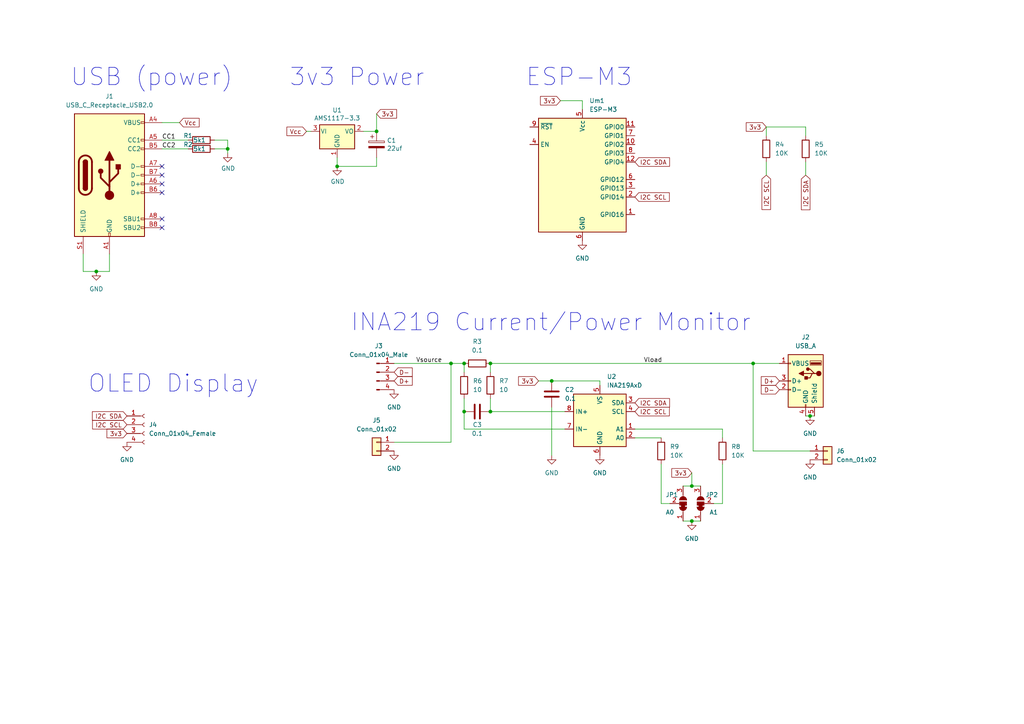
<source format=kicad_sch>
(kicad_sch (version 20211123) (generator eeschema)
  (paper "A4")
  (title_block (title "Remote Power Meter") (rev "0.0.1") (company "S. A. Miller"))
  (lib_symbols
    (symbol "Connector:Conn_01x04_Female" (pin_names (offset 1.016) hide)
      (property "Reference" "J" (at 0 5.08 0))
      (property "Value" "Conn_01x04_Female" (at 0 -7.62 0))
      (symbol "Conn_01x04_Female_1_1"
        (arc (start 0 -4.572) (mid -0.508 -5.08) (end 0 -5.588) (stroke (width 0.1524)))
        (arc (start 0 -2.032) (mid -0.508 -2.54) (end 0 -3.048) (stroke (width 0.1524)))
        (polyline (pts (xy -1.27 -5.08) (xy -0.508 -5.08)) (stroke (width 0.1524)))
        (polyline (pts (xy -1.27 -2.54) (xy -0.508 -2.54)) (stroke (width 0.1524)))
        (polyline (pts (xy -1.27 0) (xy -0.508 0)) (stroke (width 0.1524)))
        (polyline (pts (xy -1.27 2.54) (xy -0.508 2.54)) (stroke (width 0.1524)))
        (arc (start 0 0.508) (mid -0.508 0) (end 0 -0.508) (stroke (width 0.1524)))
        (arc (start 0 3.048) (mid -0.508 2.54) (end 0 2.032) (stroke (width 0.1524)))
        (pin passive line (at -5.08 2.54 0) (length 3.81) (name "Pin_1") (number "1"))
        (pin passive line (at -5.08 0 0) (length 3.81) (name "Pin_2") (number "2"))
        (pin passive line (at -5.08 -2.54 0) (length 3.81) (name "Pin_3") (number "3"))
        (pin passive line (at -5.08 -5.08 0) (length 3.81) (name "Pin_4") (number "4"))
      )
    )
    (symbol "Connector:Conn_01x04_Male" (pin_names (offset 1.016) hide)
      (property "Reference" "J" (at 0 5.08 0))
      (property "Value" "Conn_01x04_Male" (at 0 -7.62 0))
      (symbol "Conn_01x04_Male_1_1"
        (polyline (pts (xy 1.27 -5.08) (xy 0.8636 -5.08)) (stroke (width 0.1524)))
        (polyline (pts (xy 1.27 -2.54) (xy 0.8636 -2.54)) (stroke (width 0.1524)))
        (polyline (pts (xy 1.27 0) (xy 0.8636 0)) (stroke (width 0.1524)))
        (polyline (pts (xy 1.27 2.54) (xy 0.8636 2.54)) (stroke (width 0.1524)))
        (rectangle (start 0.8636 -4.953) (end 0 -5.207) (stroke (width 0.1524)) (fill (type outline)))
        (rectangle (start 0.8636 -2.413) (end 0 -2.667) (stroke (width 0.1524)) (fill (type outline)))
        (rectangle (start 0.8636 0.127) (end 0 -0.127) (stroke (width 0.1524)) (fill (type outline)))
        (rectangle (start 0.8636 2.667) (end 0 2.413) (stroke (width 0.1524)) (fill (type outline)))
        (pin passive line (at 5.08 2.54 180) (length 3.81) (name "Pin_1") (number "1"))
        (pin passive line (at 5.08 0 180) (length 3.81) (name "Pin_2") (number "2"))
        (pin passive line (at 5.08 -2.54 180) (length 3.81) (name "Pin_3") (number "3"))
        (pin passive line (at 5.08 -5.08 180) (length 3.81) (name "Pin_4") (number "4"))
      )
    )
    (symbol "Connector:USB_A" (pin_names (offset 1.016))
      (property "Reference" "J" (at -5.08 11.43 0))
      (property "Value" "USB_A" (at -5.08 8.89 0))
      (symbol "USB_A_0_1"
        (rectangle (start -5.08 -7.62) (end 5.08 7.62) (stroke (width 0.254)) (fill (type background)))
        (circle (center -3.81 2.159) (radius 0.635) (stroke (width 0.254)) (fill (type outline)))
        (rectangle (start -1.524 4.826) (end -4.318 5.334) (fill (type outline)))
        (rectangle (start -1.27 4.572) (end -4.572 5.842))
        (circle (center -0.635 3.429) (radius 0.381) (stroke (width 0.254)) (fill (type outline)))
        (rectangle (start -0.127 -7.62) (end 0.127 -6.858))
        (polyline (pts (xy -3.175 2.159) (xy -2.54 2.159) (xy -1.27 3.429) (xy -0.635 3.429)) (stroke (width 0.254)))
        (polyline (pts (xy -2.54 2.159) (xy -1.905 2.159) (xy -1.27 0.889) (xy 0 0.889)) (stroke (width 0.254)))
        (polyline (pts (xy 0.635 2.794) (xy 0.635 1.524) (xy 1.905 2.159) (xy 0.635 2.794)) (stroke (width 0.254)) (fill (type outline)))
        (rectangle (start 0.254 1.27) (end -0.508 0.508) (stroke (width 0.254)) (fill (type outline)))
        (rectangle (start 5.08 -2.667) (end 4.318 -2.413))
        (rectangle (start 5.08 -0.127) (end 4.318 0.127))
        (rectangle (start 5.08 4.953) (end 4.318 5.207))
      )
      (symbol "USB_A_1_1"
        (polyline (pts (xy -1.905 2.159) (xy 0.635 2.159)) (stroke (width 0.254)))
        (pin power_in line (at 7.62 5.08 180) (length 2.54) (name "VBUS") (number "1"))
        (pin bidirectional line (at 7.62 -2.54 180) (length 2.54) (name "D-") (number "2"))
        (pin bidirectional line (at 7.62 0 180) (length 2.54) (name "D+") (number "3"))
        (pin power_in line (at 0 -10.16 90) (length 2.54) (name "GND") (number "4"))
        (pin passive line (at -2.54 -10.16 90) (length 2.54) (name "Shield") (number "5"))
      )
    )
    (symbol "Connector:USB_C_Receptacle_USB2.0" (pin_names (offset 1.016))
      (property "Reference" "J" (at -10.16 19.05 0))
      (property "Value" "USB_C_Receptacle_USB2.0" (at 19.05 19.05 0))
      (symbol "USB_C_Receptacle_USB2.0_0_0"
        (rectangle (start -0.254 -17.78) (end 0.254 -16.764))
        (rectangle (start 10.16 -14.986) (end 9.144 -15.494))
        (rectangle (start 10.16 -12.446) (end 9.144 -12.954))
        (rectangle (start 10.16 -4.826) (end 9.144 -5.334))
        (rectangle (start 10.16 -2.286) (end 9.144 -2.794))
        (rectangle (start 10.16 0.254) (end 9.144 -0.254))
        (rectangle (start 10.16 2.794) (end 9.144 2.286))
        (rectangle (start 10.16 7.874) (end 9.144 7.366))
        (rectangle (start 10.16 10.414) (end 9.144 9.906))
        (rectangle (start 10.16 15.494) (end 9.144 14.986))
      )
      (symbol "USB_C_Receptacle_USB2.0_0_1"
        (rectangle (start -10.16 17.78) (end 10.16 -17.78) (stroke (width 0.254)) (fill (type background)))
        (arc (start -8.89 -3.81) (mid -6.985 -5.715) (end -5.08 -3.81) (stroke (width 0.508)))
        (arc (start -7.62 -3.81) (mid -6.985 -4.445) (end -6.35 -3.81) (stroke (width 0.254)))
        (arc (start -7.62 -3.81) (mid -6.985 -4.445) (end -6.35 -3.81) (stroke (width 0.254)) (fill (type outline)))
        (rectangle (start -7.62 -3.81) (end -6.35 3.81) (stroke (width 0.254)) (fill (type outline)))
        (arc (start -6.35 3.81) (mid -6.985 4.445) (end -7.62 3.81) (stroke (width 0.254)))
        (arc (start -6.35 3.81) (mid -6.985 4.445) (end -7.62 3.81) (stroke (width 0.254)) (fill (type outline)))
        (arc (start -5.08 3.81) (mid -6.985 5.715) (end -8.89 3.81) (stroke (width 0.508)))
        (circle (center -2.54 1.143) (radius 0.635) (stroke (width 0.254)) (fill (type outline)))
        (circle (center 0 -5.842) (radius 1.27) (fill (type outline)))
        (polyline (pts (xy -8.89 -3.81) (xy -8.89 3.81)) (stroke (width 0.508)))
        (polyline (pts (xy -5.08 3.81) (xy -5.08 -3.81)) (stroke (width 0.508)))
        (polyline (pts (xy 0 -5.842) (xy 0 4.318)) (stroke (width 0.508)))
        (polyline (pts (xy 0 -3.302) (xy -2.54 -0.762) (xy -2.54 0.508)) (stroke (width 0.508)))
        (polyline (pts (xy 0 -2.032) (xy 2.54 0.508) (xy 2.54 1.778)) (stroke (width 0.508)))
        (polyline (pts (xy -1.27 4.318) (xy 0 6.858) (xy 1.27 4.318) (xy -1.27 4.318)) (stroke (width 0.254)) (fill (type outline)))
        (rectangle (start 1.905 1.778) (end 3.175 3.048) (stroke (width 0.254)) (fill (type outline)))
      )
      (symbol "USB_C_Receptacle_USB2.0_1_1"
        (pin passive line (at 0 -22.86 90) (length 5.08) (name "GND") (number "A1"))
        (pin passive line (at 0 -22.86 90) (length 5.08) hide (name "GND") (number "A12"))
        (pin passive line (at 15.24 15.24 180) (length 5.08) (name "VBUS") (number "A4"))
        (pin bidirectional line (at 15.24 10.16 180) (length 5.08) (name "CC1") (number "A5"))
        (pin bidirectional line (at 15.24 -2.54 180) (length 5.08) (name "D+") (number "A6"))
        (pin bidirectional line (at 15.24 2.54 180) (length 5.08) (name "D-") (number "A7"))
        (pin bidirectional line (at 15.24 -12.7 180) (length 5.08) (name "SBU1") (number "A8"))
        (pin passive line (at 15.24 15.24 180) (length 5.08) hide (name "VBUS") (number "A9"))
        (pin passive line (at 0 -22.86 90) (length 5.08) hide (name "GND") (number "B1"))
        (pin passive line (at 0 -22.86 90) (length 5.08) hide (name "GND") (number "B12"))
        (pin passive line (at 15.24 15.24 180) (length 5.08) hide (name "VBUS") (number "B4"))
        (pin bidirectional line (at 15.24 7.62 180) (length 5.08) (name "CC2") (number "B5"))
        (pin bidirectional line (at 15.24 -5.08 180) (length 5.08) (name "D+") (number "B6"))
        (pin bidirectional line (at 15.24 0 180) (length 5.08) (name "D-") (number "B7"))
        (pin bidirectional line (at 15.24 -15.24 180) (length 5.08) (name "SBU2") (number "B8"))
        (pin passive line (at 15.24 15.24 180) (length 5.08) hide (name "VBUS") (number "B9"))
        (pin passive line (at -7.62 -22.86 90) (length 5.08) (name "SHIELD") (number "S1"))
      )
    )
    (symbol "Connector_Generic:Conn_01x02" (pin_names (offset 1.016) hide)
      (property "Reference" "J" (at 0 2.54 0))
      (property "Value" "Conn_01x02" (at 0 -5.08 0))
      (symbol "Conn_01x02_1_1"
        (rectangle (start -1.27 -2.413) (end 0 -2.667) (stroke (width 0.1524)))
        (rectangle (start -1.27 0.127) (end 0 -0.127) (stroke (width 0.1524)))
        (rectangle (start -1.27 1.27) (end 1.27 -3.81) (stroke (width 0.254)) (fill (type background)))
        (pin passive line (at -5.08 0 0) (length 3.81) (name "Pin_1") (number "1"))
        (pin passive line (at -5.08 -2.54 0) (length 3.81) (name "Pin_2") (number "2"))
      )
    )
    (symbol "Device:C" (pin_numbers hide) (pin_names (offset 0.254))
      (property "Reference" "C" (at 0.635 2.54 0))
      (property "Value" "C" (at 0.635 -2.54 0))
      (symbol "C_0_1"
        (polyline (pts (xy -2.032 -0.762) (xy 2.032 -0.762)) (stroke (width 0.508)))
        (polyline (pts (xy -2.032 0.762) (xy 2.032 0.762)) (stroke (width 0.508)))
      )
      (symbol "C_1_1"
        (pin passive line (at 0 3.81 270) (length 2.794) (name "~") (number "1"))
        (pin passive line (at 0 -3.81 90) (length 2.794) (name "~") (number "2"))
      )
    )
    (symbol "Device:CP" (pin_numbers hide) (pin_names (offset 0.254))
      (property "Reference" "C" (at 0.635 2.54 0))
      (property "Value" "Device_CP" (at 0.635 -2.54 0))
      (symbol "CP_0_1"
        (rectangle (start -2.286 0.508) (end 2.286 1.016))
        (polyline (pts (xy -1.778 2.286) (xy -0.762 2.286)))
        (polyline (pts (xy -1.27 2.794) (xy -1.27 1.778)))
        (rectangle (start 2.286 -0.508) (end -2.286 -1.016) (fill (type outline)))
      )
      (symbol "CP_1_1"
        (pin passive line (at 0 3.81 270) (length 2.794) (name "~") (number "1"))
        (pin passive line (at 0 -3.81 90) (length 2.794) (name "~") (number "2"))
      )
    )
    (symbol "Device:R" (pin_numbers hide) (pin_names (offset 0))
      (property "Reference" "R" (at 2.032 0 90))
      (property "Value" "R" (at 0 0 90))
      (symbol "R_0_1"
        (rectangle (start -1.016 -2.54) (end 1.016 2.54) (stroke (width 0.254)))
      )
      (symbol "R_1_1"
        (pin passive line (at 0 3.81 270) (length 1.27) (name "~") (number "1"))
        (pin passive line (at 0 -3.81 90) (length 1.27) (name "~") (number "2"))
      )
    )
    (symbol "Jumper:SolderJumper_3_Bridged12" (pin_names (offset 0) hide)
      (property "Reference" "JP" (at -2.54 -2.54 0))
      (property "Value" "SolderJumper_3_Bridged12" (at 0 2.794 0))
      (symbol "SolderJumper_3_Bridged12_0_1"
        (rectangle (start -1.016 0.508) (end -0.508 -0.508) (fill (type outline)))
        (arc (start -1.016 1.016) (mid -2.032 0) (end -1.016 -1.016))
        (arc (start -1.016 1.016) (mid -2.032 0) (end -1.016 -1.016) (fill (type outline)))
        (rectangle (start -0.508 1.016) (end 0.508 -1.016) (fill (type outline)))
        (polyline (pts (xy -2.54 0) (xy -2.032 0)))
        (polyline (pts (xy -1.016 1.016) (xy -1.016 -1.016)))
        (polyline (pts (xy 0 -1.27) (xy 0 -1.016)))
        (polyline (pts (xy 1.016 1.016) (xy 1.016 -1.016)))
        (polyline (pts (xy 2.54 0) (xy 2.032 0)))
        (arc (start 1.016 -1.016) (mid 2.032 0) (end 1.016 1.016))
        (arc (start 1.016 -1.016) (mid 2.032 0) (end 1.016 1.016) (fill (type outline)))
      )
      (symbol "SolderJumper_3_Bridged12_1_1"
        (pin passive line (at -5.08 0 0) (length 2.54) (name "A") (number "1"))
        (pin passive line (at 0 -3.81 90) (length 2.54) (name "C") (number "2"))
        (pin passive line (at 5.08 0 180) (length 2.54) (name "B") (number "3"))
      )
    )
    (symbol "Regulator_Linear:AMS1117-3.3" (pin_names (offset 0.254))
      (property "Reference" "U" (at -3.81 3.175 0))
      (property "Value" "AMS1117-3.3" (at 0 3.175 0))
      (symbol "AMS1117-3.3_0_1"
        (rectangle (start -5.08 -5.08) (end 5.08 1.905) (stroke (width 0.254)) (fill (type background)))
      )
      (symbol "AMS1117-3.3_1_1"
        (pin power_in line (at 0 -7.62 90) (length 2.54) (name "GND") (number "1"))
        (pin power_out line (at 7.62 0 180) (length 2.54) (name "VO") (number "2"))
        (pin power_in line (at -7.62 0 0) (length 2.54) (name "VI") (number "3"))
      )
    )
    (symbol "Sensor_Energy:INA219AxD"
      (property "Reference" "U" (at -6.35 8.89 0))
      (property "Value" "INA219AxD" (at 5.08 8.89 0))
      (symbol "INA219AxD_0_1"
        (rectangle (start -7.62 7.62) (end 7.62 -7.62) (stroke (width 0.254)) (fill (type background)))
      )
      (symbol "INA219AxD_1_1"
        (pin input line (at 10.16 -2.54 180) (length 2.54) (name "A1") (number "1"))
        (pin input line (at 10.16 -5.08 180) (length 2.54) (name "A0") (number "2"))
        (pin bidirectional line (at 10.16 5.08 180) (length 2.54) (name "SDA") (number "3"))
        (pin input line (at 10.16 2.54 180) (length 2.54) (name "SCL") (number "4"))
        (pin power_in line (at 0 10.16 270) (length 2.54) (name "VS") (number "5"))
        (pin power_in line (at 0 -10.16 90) (length 2.54) (name "GND") (number "6"))
        (pin input line (at -10.16 -2.54 0) (length 2.54) (name "IN-") (number "7"))
        (pin input line (at -10.16 2.54 0) (length 2.54) (name "IN+") (number "8"))
      )
    )
    (symbol "Tinker-ESP:ESP-M3"
      (property "Reference" "Um" (at 2.921 -27.305 0))
      (property "Value" "ESP-M3" (at 5.461 -29.337 0))
      (symbol "ESP-M3_0_1"
        (rectangle (start -12.7 17.78) (end 12.7 -15.24) (stroke (width 0.254)) (fill (type background)))
      )
      (symbol "ESP-M3_1_1"
        (pin bidirectional line (at 15.24 -10.16 180) (length 2.54) (name "GPIO16") (number "1"))
        (pin bidirectional line (at 15.24 10.16 180) (length 2.54) (name "GPIO2") (number "10"))
        (pin bidirectional line (at 15.24 15.24 180) (length 2.54) (name "GPIO0") (number "11"))
        (pin bidirectional line (at 15.24 5.08 180) (length 2.54) (name "GPIO4") (number "12"))
        (pin bidirectional line (at 15.24 -5.08 180) (length 2.54) (name "GPIO14") (number "2"))
        (pin bidirectional line (at 15.24 -2.54 180) (length 2.54) (name "GPIO13") (number "3"))
        (pin input line (at -15.24 10.16 0) (length 2.54) (name "EN") (number "4"))
        (pin power_in line (at 0 20.32 270) (length 2.54) (name "Vcc") (number "5"))
        (pin power_in line (at 0 -17.78 90) (length 2.54) (name "GND") (number "6"))
        (pin bidirectional line (at 15.24 0 180) (length 2.54) (name "GPIO12") (number "6"))
        (pin bidirectional line (at 15.24 12.7 180) (length 2.54) (name "GPIO1") (number "7"))
        (pin bidirectional line (at 15.24 7.62 180) (length 2.54) (name "GPIO3") (number "8"))
        (pin input line (at -15.24 15.24 0) (length 2.54) (name "~{RST}") (number "9"))
      )
    )
    (symbol "power:GND" (power) (pin_names (offset 0))
      (property "Value" "GND" (at 0 -3.81 0))
      (symbol "GND_0_1"
        (polyline (pts (xy 0 0) (xy 0 -1.27) (xy 1.27 -1.27) (xy 0 -2.54) (xy -1.27 -1.27) (xy 0 -1.27)))
      )
      (symbol "GND_1_1"
        (pin power_in line (at 0 0 270) (length 0) hide (name "GND") (number "1"))
      )
    )
  )
  (junction (at 200.66 140.97))
  (junction (at 134.62 105.41))
  (junction (at 66.04 43.18))
  (junction (at 97.79 48.26))
  (junction (at 142.24 119.38))
  (junction (at 134.62 119.38))
  (junction (at 218.44 105.41))
  (junction (at 142.24 105.41))
  (junction (at 130.81 105.41))
  (junction (at 160.02 110.49))
  (junction (at 200.66 151.13))
  (junction (at 27.94 78.74))
  (junction (at 234.95 120.65))
  (junction (at 109.22 38.1))
  (no_connect (at 46.99 48.26))
  (no_connect (at 46.99 66.04))
  (no_connect (at 46.99 55.88))
  (no_connect (at 46.99 50.8))
  (no_connect (at 46.99 63.5))
  (no_connect (at 46.99 53.34))
  (wire (pts (xy 142.24 119.38) (xy 163.83 119.38)))
  (wire (pts (xy 114.3 105.41) (xy 130.81 105.41)))
  (wire (pts (xy 109.22 33.02) (xy 109.22 38.1)))
  (wire (pts (xy 142.24 105.41) (xy 142.24 107.95)))
  (wire (pts (xy 234.95 120.65) (xy 233.68 120.65)))
  (wire (pts (xy 200.66 137.16) (xy 200.66 140.97)))
  (wire (pts (xy 88.9 38.1) (xy 90.17 38.1)))
  (wire (pts (xy 184.15 124.46) (xy 209.55 124.46)))
  (wire (pts (xy 222.25 36.83) (xy 222.25 39.37)))
  (wire (pts (xy 200.66 151.13) (xy 203.2 151.13)))
  (wire (pts (xy 218.44 105.41) (xy 226.06 105.41)))
  (wire (pts (xy 142.24 105.41) (xy 218.44 105.41)))
  (wire (pts (xy 198.12 140.97) (xy 200.66 140.97)))
  (wire (pts (xy 200.66 140.97) (xy 203.2 140.97)))
  (wire (pts (xy 184.15 127) (xy 191.77 127)))
  (wire (pts (xy 233.68 36.83) (xy 222.25 36.83)))
  (wire (pts (xy 130.81 105.41) (xy 134.62 105.41)))
  (wire (pts (xy 114.3 128.27) (xy 130.81 128.27)))
  (wire (pts (xy 233.68 46.99) (xy 233.68 50.8)))
  (wire (pts (xy 209.55 146.05) (xy 207.01 146.05)))
  (wire (pts (xy 162.56 29.21) (xy 168.91 29.21)))
  (wire (pts (xy 209.55 124.46) (xy 209.55 127)))
  (wire (pts (xy 218.44 130.81) (xy 218.44 105.41)))
  (wire (pts (xy 142.24 115.57) (xy 142.24 119.38)))
  (wire (pts (xy 109.22 48.26) (xy 97.79 48.26)))
  (wire (pts (xy 24.13 78.74) (xy 27.94 78.74)))
  (wire (pts (xy 46.99 43.18) (xy 54.61 43.18)))
  (wire (pts (xy 198.12 151.13) (xy 200.66 151.13)))
  (wire (pts (xy 168.91 29.21) (xy 168.91 31.75)))
  (wire (pts (xy 236.22 120.65) (xy 234.95 120.65)))
  (wire (pts (xy 233.68 39.37) (xy 233.68 36.83)))
  (wire (pts (xy 46.99 40.64) (xy 54.61 40.64)))
  (wire (pts (xy 66.04 40.64) (xy 66.04 43.18)))
  (wire (pts (xy 191.77 146.05) (xy 194.31 146.05)))
  (wire (pts (xy 62.23 40.64) (xy 66.04 40.64)))
  (wire (pts (xy 160.02 118.11) (xy 160.02 132.08)))
  (wire (pts (xy 173.99 111.76) (xy 173.99 110.49)))
  (wire (pts (xy 66.04 43.18) (xy 66.04 44.45)))
  (wire (pts (xy 234.95 130.81) (xy 218.44 130.81)))
  (wire (pts (xy 31.75 73.66) (xy 31.75 78.74)))
  (wire (pts (xy 222.25 46.99) (xy 222.25 50.8)))
  (wire (pts (xy 134.62 124.46) (xy 163.83 124.46)))
  (wire (pts (xy 27.94 78.74) (xy 31.75 78.74)))
  (wire (pts (xy 46.99 35.56) (xy 52.07 35.56)))
  (wire (pts (xy 134.62 119.38) (xy 134.62 124.46)))
  (wire (pts (xy 24.13 73.66) (xy 24.13 78.74)))
  (wire (pts (xy 109.22 45.72) (xy 109.22 48.26)))
  (wire (pts (xy 209.55 134.62) (xy 209.55 146.05)))
  (wire (pts (xy 160.02 110.49) (xy 156.21 110.49)))
  (wire (pts (xy 97.79 48.26) (xy 97.79 45.72)))
  (wire (pts (xy 105.41 38.1) (xy 109.22 38.1)))
  (wire (pts (xy 191.77 134.62) (xy 191.77 146.05)))
  (wire (pts (xy 134.62 115.57) (xy 134.62 119.38)))
  (wire (pts (xy 134.62 105.41) (xy 134.62 107.95)))
  (wire (pts (xy 130.81 128.27) (xy 130.81 105.41)))
  (wire (pts (xy 62.23 43.18) (xy 66.04 43.18)))
  (wire (pts (xy 173.99 110.49) (xy 160.02 110.49)))
  (text "OLED Display" (at 25.4 114.3 0) (effects (font (size 5 5)) (justify left bottom)))
  (text "ESP-M3" (at 152.4 25.4 0) (effects (font (size 5 5)) (justify left bottom)))
  (text "USB (power)" (at 20.32 25.4 0) (effects (font (size 5 5)) (justify left bottom)))
  (text "3v3 Power" (at 83.82 25.4 0) (effects (font (size 5 5)) (justify left bottom)))
  (text "INA219 Current/Power Monitor" (at 101.6 96.52 0) (effects (font (size 5 5)) (justify left bottom)))
  (label "Vload" (at 186.69 105.41 0))
  (label "Vsource" (at 120.65 105.41 0))
  (label "CC2" (at 46.99 43.18 0))
  (label "CC1" (at 46.99 40.64 0))
  (global_label "I2C SCL" (shape input) (at 184.15 119.38 0) (property "Intersheet References" "${INTERSHEET_REFS}" (effects hide)))
  (global_label "D-" (shape input) (at 114.3 107.95 0) (property "Intersheet References" "${INTERSHEET_REFS}" (effects hide)))
  (global_label "I2C SCL" (shape input) (at 36.83 123.19 180) (property "Intersheet References" "${INTERSHEET_REFS}" (effects hide)))
  (global_label "3v3" (shape input) (at 156.21 110.49 180) (property "Intersheet References" "${INTERSHEET_REFS}" (effects hide)))
  (global_label "Vcc" (shape input) (at 52.07 35.56 0) (property "Intersheet References" "${INTERSHEET_REFS}" (effects hide)))
  (global_label "3v3" (shape input) (at 36.83 125.73 180) (property "Intersheet References" "${INTERSHEET_REFS}" (effects hide)))
  (global_label "3v3" (shape input) (at 162.56 29.21 180) (property "Intersheet References" "${INTERSHEET_REFS}" (effects hide)))
  (global_label "Vcc" (shape input) (at 88.9 38.1 180) (property "Intersheet References" "${INTERSHEET_REFS}" (effects hide)))
  (global_label "D+" (shape input) (at 226.06 110.49 180) (property "Intersheet References" "${INTERSHEET_REFS}" (effects hide)))
  (global_label "3v3" (shape input) (at 109.22 33.02 0) (property "Intersheet References" "${INTERSHEET_REFS}" (effects hide)))
  (global_label "I2C SDA" (shape input) (at 184.15 46.99 0) (property "Intersheet References" "${INTERSHEET_REFS}" (effects hide)))
  (global_label "3v3" (shape input) (at 200.66 137.16 180) (property "Intersheet References" "${INTERSHEET_REFS}" (effects hide)))
  (global_label "I2C SDA" (shape input) (at 36.83 120.65 180) (property "Intersheet References" "${INTERSHEET_REFS}" (effects hide)))
  (global_label "I2C SDA" (shape input) (at 233.68 50.8 270) (property "Intersheet References" "${INTERSHEET_REFS}" (effects hide)))
  (global_label "3v3" (shape input) (at 222.25 36.83 180) (property "Intersheet References" "${INTERSHEET_REFS}" (effects hide)))
  (global_label "I2C SCL" (shape input) (at 222.25 50.8 270) (property "Intersheet References" "${INTERSHEET_REFS}" (effects hide)))
  (global_label "D+" (shape input) (at 114.3 110.49 0) (property "Intersheet References" "${INTERSHEET_REFS}" (effects hide)))
  (global_label "D-" (shape input) (at 226.06 113.03 180) (property "Intersheet References" "${INTERSHEET_REFS}" (effects hide)))
  (global_label "I2C SCL" (shape input) (at 184.15 57.15 0) (property "Intersheet References" "${INTERSHEET_REFS}" (effects hide)))
  (global_label "I2C SDA" (shape input) (at 184.15 116.84 0) (property "Intersheet References" "${INTERSHEET_REFS}" (effects hide)))
  (symbol (lib_id "Device:R") (at 138.43 105.41 270) (unit 1)
    (property "Reference" "R3" (at 138.43 99.06 90))
    (property "Value" "0.1" (at 138.43 101.6 90))
    (property "Footprint" "Resistor_SMD:R_2816_7142Metric_Pad3.20x4.45mm_HandSolder" (effects hide))
  )
  (symbol (lib_id "Connector:Conn_01x04_Female") (at 41.91 123.19 0) (unit 1)
    (property "Reference" "J4" (at 43.18 123.1899 0) (effects (justify left)))
    (property "Value" "Conn_01x04_Female" (at 43.18 125.7299 0) (effects (justify left)))
    (property "Footprint" "Connector_PinSocket_2.54mm:PinSocket_1x04_P2.54mm_Vertical" (effects hide))
  )
  (symbol (lib_id "power:GND") (at 66.04 44.45 0) (unit 1)
    (property "Reference" "#PWR0102" (effects hide))
    (property "Value" "GND" (at 66.167 48.8442 0))
  )
  (symbol (lib_id "power:GND") (at 27.94 78.74 0) (unit 1)
    (property "Reference" "#PWR0101" (effects hide))
    (property "Value" "GND" (at 27.94 83.82 0))
  )
  (symbol (lib_id "Jumper:SolderJumper_3_Bridged12") (at 203.2 146.05 90) (unit 1)
    (property "Reference" "JP2" (at 208.28 143.51 90) (effects (justify left)))
    (property "Value" "A1" (at 208.28 148.59 90) (effects (justify left)))
    (property "Footprint" "Jumper:SolderJumper-3_P1.3mm_Bridged12_RoundedPad1.0x1.5mm" (effects hide))
  )
  (symbol (lib_id "power:GND") (at 160.02 132.08 0) (unit 1)
    (property "Reference" "#PWR0108" (effects hide))
    (property "Value" "GND" (at 160.02 137.16 0))
  )
  (symbol (lib_id "Connector:USB_A") (at 233.68 110.49 0) (mirror y) (unit 1)
    (property "Reference" "J2" (at 233.68 97.79 0))
    (property "Value" "USB_A" (at 233.68 100.33 0))
    (property "Footprint" "Connector_USB:USB_A_CONNFLY_DS1095-WNR0" (effects hide))
    (property "Datasheet" " ~" (effects hide))
  )
  (symbol (lib_id "Connector_Generic:Conn_01x02") (at 240.03 130.81 0) (unit 1)
    (property "Reference" "J6" (at 242.57 130.8099 0) (effects (justify left)))
    (property "Value" "Conn_01x02" (at 242.57 133.3499 0) (effects (justify left)))
    (property "Footprint" "TerminalBlock_4Ucon:TerminalBlock_4Ucon_1x02_P3.50mm_Horizontal" (effects hide))
  )
  (symbol (lib_id "Device:R") (at 134.62 111.76 0) (unit 1)
    (property "Reference" "R6" (at 137.16 110.4899 0) (effects (justify left)))
    (property "Value" "10" (at 137.16 113.0299 0) (effects (justify left)))
    (property "Footprint" "Resistor_SMD:R_0603_1608Metric_Pad0.98x0.95mm_HandSolder" (effects hide))
  )
  (symbol (lib_id "power:GND") (at 36.83 128.27 0) (unit 1)
    (property "Reference" "#PWR0109" (effects hide))
    (property "Value" "GND" (at 36.83 133.35 0))
  )
  (symbol (lib_id "Device:CP") (at 109.22 41.91 0) (unit 1)
    (property "Reference" "C1" (at 112.2172 40.7416 0) (effects (justify left)))
    (property "Value" "22uf" (at 112.2172 43.053 0) (effects (justify left)))
    (property "Footprint" "Capacitor_Tantalum_SMD:CP_EIA-6032-28_Kemet-C_Pad2.25x2.35mm_HandSolder" (effects hide))
    (property "Datasheet" "http://datasheets.avx.com/TAJ.pdf" (effects hide))
    (property "P/N" "TAJB226M010RNJ" (effects hide))
  )
  (symbol (lib_id "Device:R") (at 142.24 111.76 0) (unit 1)
    (property "Reference" "R7" (at 144.78 110.4899 0) (effects (justify left)))
    (property "Value" "10" (at 144.78 113.0299 0) (effects (justify left)))
    (property "Footprint" "Resistor_SMD:R_0603_1608Metric_Pad0.98x0.95mm_HandSolder" (effects hide))
  )
  (symbol (lib_id "power:GND") (at 173.99 132.08 0) (unit 1)
    (property "Reference" "#PWR0105" (effects hide))
    (property "Value" "GND" (at 173.99 137.16 0))
  )
  (symbol (lib_id "power:GND") (at 234.95 133.35 0) (unit 1)
    (property "Reference" "#PWR0112" (effects hide))
    (property "Value" "GND" (at 234.95 138.43 0))
  )
  (symbol (lib_id "Connector:Conn_01x04_Male") (at 109.22 107.95 0) (unit 1)
    (property "Reference" "J3" (at 109.855 100.33 0))
    (property "Value" "Conn_01x04_Male" (at 109.855 102.87 0))
    (property "Footprint" "Connector_PinHeader_2.54mm:PinHeader_1x04_P2.54mm_Horizontal" (effects hide))
  )
  (symbol (lib_id "power:GND") (at 114.3 113.03 0) (unit 1)
    (property "Reference" "#PWR0106" (effects hide))
    (property "Value" "GND" (at 114.3 118.11 0))
  )
  (symbol (lib_id "Device:C") (at 138.43 119.38 270) (unit 1)
    (property "Reference" "C3" (at 138.43 123.19 90))
    (property "Value" "0.1" (at 138.43 125.73 90))
    (property "Footprint" "Capacitor_SMD:C_0603_1608Metric_Pad1.08x0.95mm_HandSolder" (effects hide))
  )
  (symbol (lib_id "power:GND") (at 234.95 120.65 0) (mirror y) (unit 1)
    (property "Reference" "#PWR0107" (effects hide))
    (property "Value" "GND" (at 234.95 125.73 0))
  )
  (symbol (lib_id "Jumper:SolderJumper_3_Bridged12") (at 198.12 146.05 270) (mirror x) (unit 1)
    (property "Reference" "JP1" (at 193.04 143.51 90) (effects (justify left)))
    (property "Value" "A0" (at 193.04 148.59 90) (effects (justify left)))
    (property "Footprint" "Jumper:SolderJumper-3_P1.3mm_Bridged12_RoundedPad1.0x1.5mm" (effects hide))
  )
  (symbol (lib_id "power:GND") (at 114.3 130.81 0) (unit 1)
    (property "Reference" "#PWR0111" (effects hide))
    (property "Value" "GND" (at 114.3 135.89 0))
  )
  (symbol (lib_id "power:GND") (at 97.79 48.26 0) (unit 1)
    (property "Reference" "#PWR0103" (effects hide))
    (property "Value" "GND" (at 97.917 52.6542 0))
  )
  (symbol (lib_id "power:GND") (at 168.91 69.85 0) (unit 1)
    (property "Reference" "#PWR0104" (effects hide))
    (property "Value" "GND" (at 168.91 74.93 0))
  )
  (symbol (lib_id "Device:R") (at 58.42 40.64 90) (unit 1)
    (property "Reference" "R1" (at 55.88 39.37 90) (effects (justify left)))
    (property "Value" "5k1" (at 59.69 40.64 90) (effects (justify left)))
    (property "Footprint" "Tinker:R_0603_1608Metric_Pad0.98x0.95mm_HandSolder" (effects hide))
  )
  (symbol (lib_id "Connector_Generic:Conn_01x02") (at 109.22 128.27 0) (mirror y) (unit 1)
    (property "Reference" "J5" (at 109.22 121.92 0))
    (property "Value" "Conn_01x02" (at 109.22 124.46 0))
    (property "Footprint" "TerminalBlock_4Ucon:TerminalBlock_4Ucon_1x02_P3.50mm_Horizontal" (effects hide))
  )
  (symbol (lib_id "Regulator_Linear:AMS1117-3.3") (at 97.79 38.1 0) (unit 1)
    (property "Reference" "U1" (at 97.79 31.9532 0))
    (property "Value" "AMS1117-3.3" (at 97.79 34.2646 0))
    (property "Footprint" "Package_TO_SOT_SMD:SOT-223-3_TabPin2" (effects hide))
    (property "Datasheet" "http://www.advanced-monolithic.com/pdf/ds1117.pdf" (effects hide))
  )
  (symbol (lib_id "Device:R") (at 209.55 130.81 0) (unit 1)
    (property "Reference" "R8" (at 212.09 129.5399 0) (effects (justify left)))
    (property "Value" "10K" (at 212.09 132.0799 0) (effects (justify left)))
    (property "Footprint" "Resistor_SMD:R_0603_1608Metric_Pad0.98x0.95mm_HandSolder" (effects hide))
  )
  (symbol (lib_id "Device:R") (at 191.77 130.81 0) (unit 1)
    (property "Reference" "R9" (at 194.31 129.5399 0) (effects (justify left)))
    (property "Value" "10K" (at 194.31 132.0799 0) (effects (justify left)))
    (property "Footprint" "Resistor_SMD:R_0603_1608Metric_Pad0.98x0.95mm_HandSolder" (effects hide))
  )
  (symbol (lib_id "Device:R") (at 222.25 43.18 0) (unit 1)
    (property "Reference" "R4" (at 224.79 41.9099 0) (effects (justify left)))
    (property "Value" "10K" (at 224.79 44.4499 0) (effects (justify left)))
    (property "Footprint" "Resistor_SMD:R_0603_1608Metric_Pad0.98x0.95mm_HandSolder" (effects hide))
  )
  (symbol (lib_id "Device:R") (at 233.68 43.18 0) (unit 1)
    (property "Reference" "R5" (at 236.22 41.9099 0) (effects (justify left)))
    (property "Value" "10K" (at 236.22 44.4499 0) (effects (justify left)))
    (property "Footprint" "Resistor_SMD:R_0603_1608Metric_Pad0.98x0.95mm_HandSolder" (effects hide))
  )
  (symbol (lib_id "Tinker-ESP:ESP-M3") (at 168.91 52.07 0) (unit 1)
    (property "Reference" "Um1" (at 170.9294 29.21 0) (effects (justify left)))
    (property "Value" "ESP-M3" (at 170.9294 31.75 0) (effects (justify left)))
    (property "Footprint" "Tinker:ESP-M3" (effects hide))
    (property "Datasheet" "https://make.net.za/wp-content/datasheets/DOIT%20ESP-M3%20Datasheet.pdf" (effects hide))
    (property "3D" "https://grabcad.com/library/esp-m3-2" (effects hide))
  )
  (symbol (lib_id "Sensor_Energy:INA219AxD") (at 173.99 121.92 0) (unit 1)
    (property "Reference" "U2" (at 176.0094 109.22 0) (effects (justify left)))
    (property "Value" "INA219AxD" (at 176.0094 111.76 0) (effects (justify left)))
    (property "Footprint" "Package_SO:SOIC-8_3.9x4.9mm_P1.27mm" (effects hide))
    (property "Datasheet" "http://www.ti.com/lit/ds/symlink/ina219.pdf" (effects hide))
  )
  (symbol (lib_id "Device:C") (at 160.02 114.3 0) (unit 1)
    (property "Reference" "C2" (at 163.83 113.0299 0) (effects (justify left)))
    (property "Value" "0.1" (at 163.83 115.5699 0) (effects (justify left)))
    (property "Footprint" "Capacitor_SMD:C_0603_1608Metric_Pad1.08x0.95mm_HandSolder" (effects hide))
  )
  (symbol (lib_id "power:GND") (at 200.66 151.13 0) (unit 1)
    (property "Reference" "#PWR0110" (effects hide))
    (property "Value" "GND" (at 200.66 156.21 0))
  )
  (symbol (lib_id "Device:R") (at 58.42 43.18 90) (unit 1)
    (property "Reference" "R2" (at 55.88 41.91 90) (effects (justify left)))
    (property "Value" "5k1" (at 59.69 43.18 90) (effects (justify left)))
    (property "Footprint" "Tinker:R_0603_1608Metric_Pad0.98x0.95mm_HandSolder" (effects hide))
  )
  (symbol (lib_id "Connector:USB_C_Receptacle_USB2.0") (at 31.75 50.8 0) (unit 1)
    (property "Reference" "J1" (at 31.75 27.94 0))
    (property "Value" "USB_C_Receptacle_USB2.0" (at 31.75 30.48 0))
    (property "Footprint" "Tinker:USB_C_Receptacle_HRO_TYPE-C-31-M-12" (effects hide))
    (property "Datasheet" "https://www.usb.org/sites/default/files/documents/usb_type-c.zip" (effects hide))
  )
)
</source>
